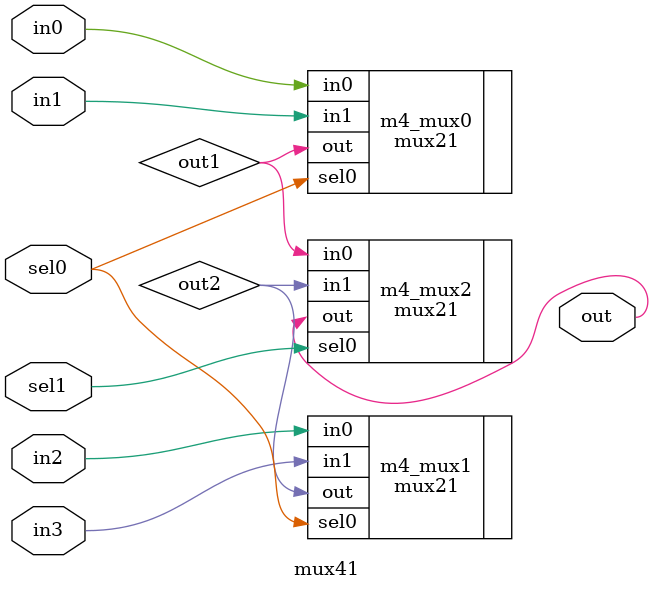
<source format=sv>
module mux41(input  logic in0, in1, in2, in3, sel0, sel1,
               output logic out);

    logic out1, out2;
    mux21 m4_mux0 (.in0(in0), .in1(in1), .sel0(sel0), .out(out1));
    mux21 m4_mux1 (.in0(in2), .in1(in3), .sel0(sel0), .out(out2));
    mux21 m4_mux2 (.in0(out1), .in1(out2), .sel0(sel1), .out(out));

endmodule

</source>
